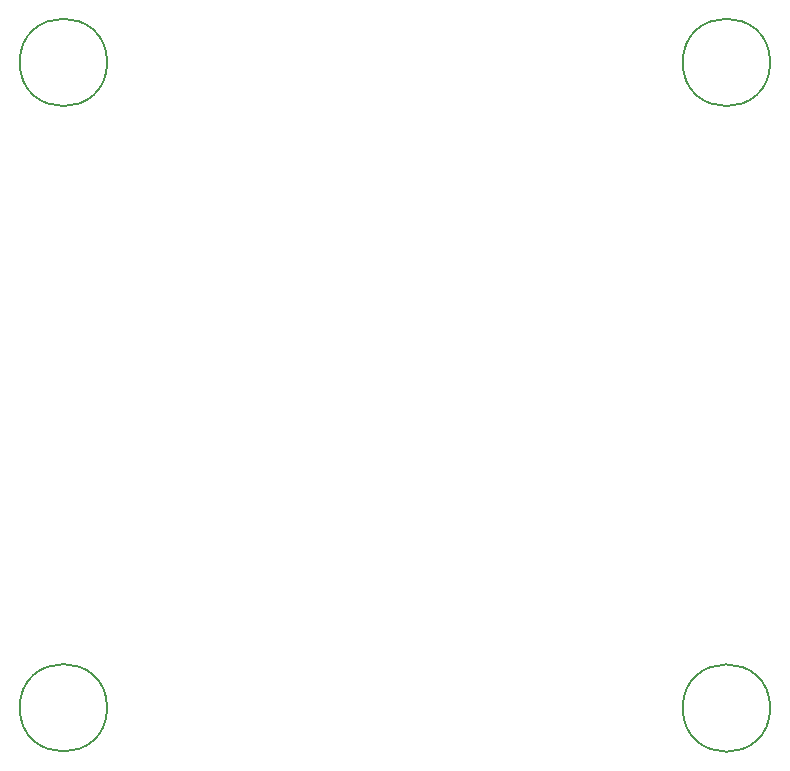
<source format=gbr>
%TF.GenerationSoftware,KiCad,Pcbnew,(7.0.0)*%
%TF.CreationDate,2023-03-21T01:24:05-04:00*%
%TF.ProjectId,PicoDMXStepper,5069636f-444d-4585-9374-65707065722e,v1*%
%TF.SameCoordinates,Original*%
%TF.FileFunction,Other,Comment*%
%FSLAX46Y46*%
G04 Gerber Fmt 4.6, Leading zero omitted, Abs format (unit mm)*
G04 Created by KiCad (PCBNEW (7.0.0)) date 2023-03-21 01:24:05*
%MOMM*%
%LPD*%
G01*
G04 APERTURE LIST*
%ADD10C,0.150000*%
G04 APERTURE END LIST*
D10*
%TO.C,H4*%
X180357000Y-139750800D02*
G75*
G03*
X180357000Y-139750800I-3700000J0D01*
G01*
%TO.C,H1*%
X124220000Y-139725000D02*
G75*
G03*
X124220000Y-139725000I-3700000J0D01*
G01*
%TO.C,H3*%
X124220000Y-85090000D02*
G75*
G03*
X124220000Y-85090000I-3700000J0D01*
G01*
%TO.C,H2*%
X180357000Y-85090000D02*
G75*
G03*
X180357000Y-85090000I-3700000J0D01*
G01*
%TD*%
M02*

</source>
